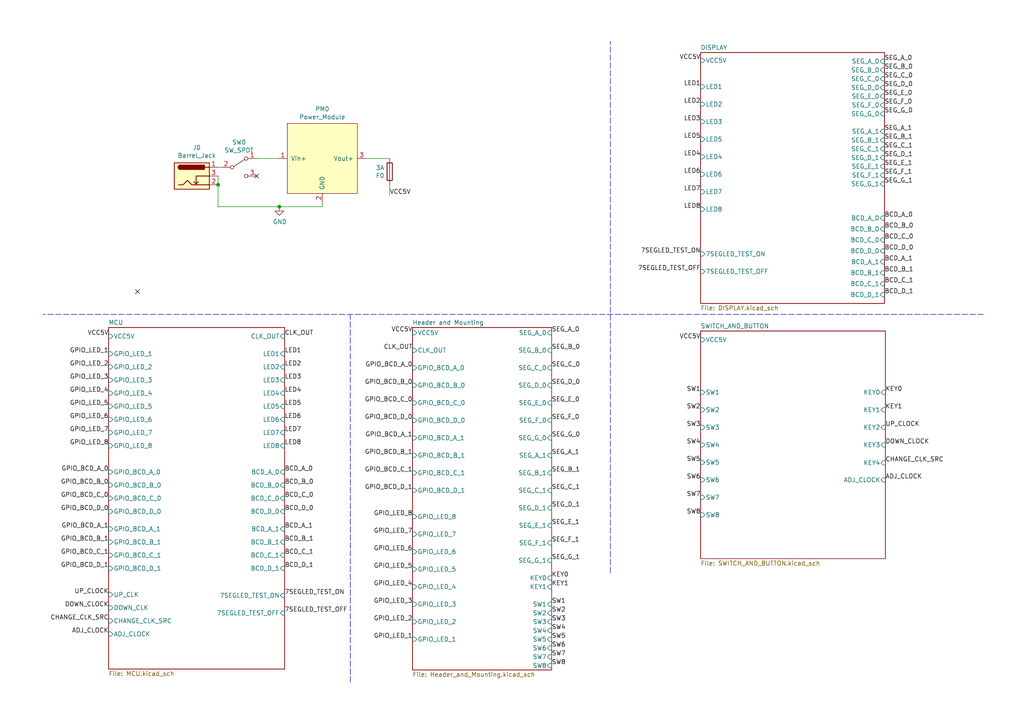
<source format=kicad_sch>
(kicad_sch (version 20211123) (generator eeschema)
  (paper "A4")
  (lib_symbols
    (symbol "Connector:Barrel_Jack_Switch" (pin_names hide)
      (property "Reference" "J" (at 0 5.334 0))
      (property "Value" "Barrel_Jack_Switch" (at 0 -5.08 0))
      (symbol "Barrel_Jack_Switch_0_1"
        (rectangle (start -5.08 3.81) (end 5.08 -3.81) (stroke (width 0.254)) (fill (type background)))
        (arc (start -3.302 3.175) (mid -3.937 2.54) (end -3.302 1.905) (stroke (width 0.254)))
        (arc (start -3.302 3.175) (mid -3.937 2.54) (end -3.302 1.905) (stroke (width 0.254)) (fill (type outline)))
        (polyline (pts (xy 1.27 -2.286) (xy 1.905 -1.651)) (stroke (width 0.254)))
        (polyline (pts (xy 5.08 2.54) (xy 3.81 2.54)) (stroke (width 0.254)))
        (polyline (pts (xy 5.08 0) (xy 1.27 0) (xy 1.27 -2.286) (xy 0.635 -1.651)) (stroke (width 0.254)))
        (polyline (pts (xy -3.81 -2.54) (xy -2.54 -2.54) (xy -1.27 -1.27) (xy 0 -2.54) (xy 2.54 -2.54) (xy 5.08 -2.54)) (stroke (width 0.254)))
        (rectangle (start 3.683 3.175) (end -3.302 1.905) (stroke (width 0.254)) (fill (type outline)))
      )
      (symbol "Barrel_Jack_Switch_1_1"
        (pin passive line (at 7.62 2.54 180) (length 2.54) (name "~") (number "1"))
        (pin passive line (at 7.62 -2.54 180) (length 2.54) (name "~") (number "2"))
        (pin passive line (at 7.62 0 180) (length 2.54) (name "~") (number "3"))
      )
    )
    (symbol "Device:Fuse" (pin_numbers hide) (pin_names (offset 0))
      (property "Reference" "F" (at 2.032 0 90))
      (property "Value" "Fuse" (at -1.905 0 90))
      (symbol "Fuse_0_1"
        (rectangle (start -0.762 -2.54) (end 0.762 2.54) (stroke (width 0.254)))
        (polyline (pts (xy 0 2.54) (xy 0 -2.54)))
      )
      (symbol "Fuse_1_1"
        (pin passive line (at 0 3.81 270) (length 1.27) (name "~") (number "1"))
        (pin passive line (at 0 -3.81 90) (length 1.27) (name "~") (number "2"))
      )
    )
    (symbol "Switch:SW_SPDT" (pin_names (offset 0) hide)
      (property "Reference" "SW" (at 0 4.318 0))
      (property "Value" "SW_SPDT" (at 0 -5.08 0))
      (symbol "SW_SPDT_0_0"
        (circle (center -2.032 0) (radius 0.508))
        (circle (center 2.032 -2.54) (radius 0.508))
      )
      (symbol "SW_SPDT_0_1"
        (polyline (pts (xy -1.524 0.254) (xy 1.651 2.286)))
        (circle (center 2.032 2.54) (radius 0.508))
      )
      (symbol "SW_SPDT_1_1"
        (pin passive line (at 5.08 2.54 180) (length 2.54) (name "A") (number "1"))
        (pin passive line (at -5.08 0 0) (length 2.54) (name "B") (number "2"))
        (pin passive line (at 5.08 -2.54 180) (length 2.54) (name "C") (number "3"))
      )
    )
    (symbol "digitalSystemBoard:Power_Module" (pin_names (offset 1.016))
      (property "Reference" "U" (at 0 8.89 0))
      (property "Value" "Power_Module" (at 0 6.35 0))
      (symbol "Power_Module_0_1"
        (rectangle (start -10.16 10.16) (end 10.16 -10.16) (fill (type background)))
      )
      (symbol "Power_Module_1_1"
        (pin input line (at 12.7 0 180) (length 2.54) (name "Vin+") (number "1"))
        (pin passive line (at 0 -12.7 90) (length 2.54) (name "GND") (number "2"))
        (pin output line (at -12.7 0 0) (length 2.54) (name "Vout+") (number "3"))
      )
    )
    (symbol "power:GND" (power) (pin_names (offset 0))
      (property "Value" "GND" (at 0 -3.81 0))
      (symbol "GND_0_1"
        (polyline (pts (xy 0 0) (xy 0 -1.27) (xy 1.27 -1.27) (xy 0 -2.54) (xy -1.27 -1.27) (xy 0 -1.27)))
      )
      (symbol "GND_1_1"
        (pin power_in line (at 0 0 270) (length 0) hide (name "GND") (number "1"))
      )
    )
  )
  (junction (at 81.026 59.944))
  (junction (at 63.246 53.594))
  (no_connect (at 74.422 51.054))
  (no_connect (at 39.878 84.582))
  (polyline (pts (xy 177.038 166.116) (xy 177.038 11.938)))
  (wire (pts (xy 63.246 59.944) (xy 81.026 59.944)))
  (wire (pts (xy 63.246 51.054) (xy 63.246 53.594)))
  (wire (pts (xy 113.03 53.594) (xy 113.03 56.642)))
  (polyline (pts (xy 101.6 197.866) (xy 101.6 91.186)))
  (wire (pts (xy 63.246 53.594) (xy 63.246 59.944)))
  (polyline (pts (xy 285.242 91.186) (xy 12.446 91.186)))
  (wire (pts (xy 106.172 45.974) (xy 113.03 45.974)))
  (wire (pts (xy 63.246 48.514) (xy 64.262 48.514)))
  (wire (pts (xy 93.472 59.944) (xy 93.472 58.674)))
  (wire (pts (xy 81.026 59.944) (xy 93.472 59.944)))
  (wire (pts (xy 74.422 45.974) (xy 80.772 45.974)))
  (label "CHANGE_CLK_SRC" (at 256.794 134.239 0))
  (label "GPIO_BCD_B_0" (at 119.634 111.76 180))
  (label "SEG_D_0" (at 160.02 111.76 0))
  (label "GPIO_LED_2" (at 119.634 180.34 180))
  (label "LED5" (at 82.55 117.856 0))
  (label "SEG_E_1" (at 256.54 48.26 0))
  (label "CLK_OUT" (at 119.634 101.6 180))
  (label "SW2" (at 203.2 118.872 180))
  (label "GPIO_LED_3" (at 31.496 110.236 180))
  (label "GPIO_LED_1" (at 119.634 185.42 180))
  (label "LED1" (at 203.2 25.146 180))
  (label "CHANGE_CLK_SRC" (at 31.496 180.086 180))
  (label "GPIO_BCD_B_1" (at 119.634 132.08 180))
  (label "SW3" (at 160.02 180.34 0))
  (label "GPIO_BCD_D_0" (at 31.496 148.336 180))
  (label "SW6" (at 160.02 187.96 0))
  (label "LED8" (at 82.55 129.286 0))
  (label "SEG_B_0" (at 160.02 101.6 0))
  (label "SEG_E_1" (at 160.02 152.4 0))
  (label "BCD_A_0" (at 82.55 136.906 0))
  (label "GPIO_LED_1" (at 31.496 102.616 180))
  (label "LED8" (at 203.2 60.706 180))
  (label "BCD_C_1" (at 82.55 161.036 0))
  (label "GPIO_LED_5" (at 31.496 117.856 180))
  (label "LED6" (at 82.55 121.666 0))
  (label "GPIO_BCD_C_0" (at 31.496 144.526 180))
  (label "SEG_D_1" (at 256.54 45.72 0))
  (label "VCC5V" (at 203.2 98.552 180))
  (label "BCD_D_0" (at 82.55 148.336 0))
  (label "BCD_C_0" (at 82.55 144.526 0))
  (label "GPIO_BCD_A_1" (at 119.634 127 180))
  (label "BCD_D_0" (at 256.54 72.771 0))
  (label "SW7" (at 160.02 190.5 0))
  (label "SW1" (at 160.02 175.26 0))
  (label "SW2" (at 160.02 177.8 0))
  (label "SEG_G_1" (at 160.02 162.56 0))
  (label "BCD_C_0" (at 256.54 69.596 0))
  (label "SW8" (at 160.02 193.04 0))
  (label "7SEGLED_TEST_OFF" (at 82.55 177.8 0))
  (label "VCC5V" (at 119.634 96.52 180))
  (label "LED2" (at 82.55 106.426 0))
  (label "SEG_G_0" (at 160.02 127 0))
  (label "GPIO_LED_2" (at 31.496 106.426 180))
  (label "GPIO_BCD_B_0" (at 31.496 140.716 180))
  (label "SEG_A_0" (at 256.54 17.78 0))
  (label "BCD_D_1" (at 82.55 164.846 0))
  (label "BCD_D_1" (at 256.54 85.471 0))
  (label "SEG_G_0" (at 256.54 33.02 0))
  (label "KEY1" (at 256.794 118.872 0))
  (label "SW1" (at 203.2 113.792 180))
  (label "VCC5V" (at 113.03 56.642 0))
  (label "GPIO_LED_8" (at 119.634 149.86 180))
  (label "SW5" (at 203.2 134.112 180))
  (label "SEG_E_0" (at 256.54 27.94 0))
  (label "BCD_A_1" (at 256.54 75.946 0))
  (label "SEG_F_0" (at 160.02 121.92 0))
  (label "ADJ_CLOCK" (at 256.794 139.192 0))
  (label "BCD_B_0" (at 256.54 66.421 0))
  (label "SW4" (at 160.02 182.88 0))
  (label "7SEGLED_TEST_OFF" (at 203.2 78.74 180))
  (label "DOWN_CLOCK" (at 256.794 129.032 0))
  (label "DOWN_CLOCK" (at 31.496 176.276 180))
  (label "GPIO_LED_4" (at 119.634 170.18 180))
  (label "SW4" (at 203.2 129.032 180))
  (label "KEY0" (at 160.02 167.64 0))
  (label "LED3" (at 203.2 35.306 180))
  (label "SEG_B_0" (at 256.54 20.32 0))
  (label "SEG_D_1" (at 160.02 147.32 0))
  (label "GPIO_BCD_D_0" (at 119.634 121.92 180))
  (label "7SEGLED_TEST_ON" (at 82.55 172.72 0))
  (label "SEG_C_0" (at 256.54 22.86 0))
  (label "GPIO_LED_8" (at 31.496 129.286 180))
  (label "BCD_B_0" (at 82.55 140.716 0))
  (label "SEG_G_1" (at 256.54 53.34 0))
  (label "BCD_C_1" (at 256.54 82.296 0))
  (label "GPIO_BCD_D_1" (at 31.496 164.846 180))
  (label "GPIO_LED_6" (at 119.634 160.02 180))
  (label "SEG_B_1" (at 160.02 137.16 0))
  (label "GPIO_LED_3" (at 119.634 175.26 180))
  (label "GPIO_BCD_C_1" (at 119.634 137.16 180))
  (label "SEG_A_0" (at 160.02 96.52 0))
  (label "SEG_E_0" (at 160.02 116.84 0))
  (label "SW3" (at 203.2 123.952 180))
  (label "SEG_F_0" (at 256.54 30.48 0))
  (label "GPIO_BCD_C_0" (at 119.634 116.84 180))
  (label "LED3" (at 82.55 110.236 0))
  (label "GPIO_BCD_A_0" (at 31.496 136.906 180))
  (label "SW5" (at 160.02 185.42 0))
  (label "BCD_B_1" (at 82.55 157.226 0))
  (label "7SEGLED_TEST_ON" (at 203.2 73.66 180))
  (label "BCD_B_1" (at 256.54 79.121 0))
  (label "SEG_B_1" (at 256.54 40.64 0))
  (label "SW8" (at 203.2 149.352 180))
  (label "LED4" (at 82.55 114.046 0))
  (label "LED7" (at 82.55 125.476 0))
  (label "LED6" (at 203.2 50.546 180))
  (label "SW7" (at 203.2 144.272 180))
  (label "GPIO_LED_7" (at 119.634 154.94 180))
  (label "SEG_C_1" (at 256.54 43.18 0))
  (label "VCC5V" (at 31.496 97.536 180))
  (label "GPIO_BCD_C_1" (at 31.496 161.036 180))
  (label "LED4" (at 203.2 45.466 180))
  (label "SEG_F_1" (at 160.02 157.48 0))
  (label "SEG_D_0" (at 256.54 25.4 0))
  (label "GPIO_BCD_D_1" (at 119.634 142.24 180))
  (label "SEG_C_1" (at 160.02 142.24 0))
  (label "GPIO_BCD_A_1" (at 31.496 153.416 180))
  (label "SEG_A_1" (at 256.54 38.1 0))
  (label "GPIO_LED_4" (at 31.496 114.046 180))
  (label "KEY1" (at 160.02 170.18 0))
  (label "CLK_OUT" (at 82.55 97.536 0))
  (label "LED1" (at 82.55 102.616 0))
  (label "LED2" (at 203.2 30.226 180))
  (label "SEG_F_1" (at 256.54 50.8 0))
  (label "VCC5V" (at 203.2 17.526 180))
  (label "BCD_A_0" (at 256.54 63.246 0))
  (label "GPIO_LED_5" (at 119.634 165.1 180))
  (label "UP_CLOCK" (at 31.496 172.466 180))
  (label "GPIO_LED_7" (at 31.496 125.476 180))
  (label "SEG_A_1" (at 160.02 132.08 0))
  (label "UP_CLOCK" (at 256.794 123.952 0))
  (label "SEG_C_0" (at 160.02 106.68 0))
  (label "BCD_A_1" (at 82.55 153.416 0))
  (label "ADJ_CLOCK" (at 31.496 183.896 180))
  (label "LED7" (at 203.2 55.626 180))
  (label "GPIO_BCD_B_1" (at 31.496 157.226 180))
  (label "GPIO_BCD_A_0" (at 119.634 106.68 180))
  (label "LED5" (at 203.2 40.386 180))
  (label "KEY0" (at 256.794 113.792 0))
  (label "GPIO_LED_6" (at 31.496 121.666 180))
  (label "SW6" (at 203.2 139.192 180))
  (symbol (lib_id "Connector:Barrel_Jack_Switch") (at 55.626 51.054 0) (unit 1)
    (property "Reference" "J0" (at 57.0738 42.799 0))
    (property "Value" "Barrel_Jack" (at 57.0738 45.1104 0))
    (property "Footprint" "Connector_BarrelJack:BarrelJack_Horizontal" (effects hide))
  )
  (symbol (lib_id "Switch:SW_SPDT") (at 69.342 48.514 0) (unit 1)
    (property "Reference" "SW0" (at 69.342 41.275 0))
    (property "Value" "SW_SPDT" (at 69.342 43.5864 0))
    (property "Footprint" "digitalSystemBoard:SS-12D11" (effects hide))
  )
  (symbol (lib_id "Device:Fuse") (at 113.03 49.784 180) (unit 1)
    (property "Reference" "F0" (at 111.506 50.9524 0) (effects (justify left)))
    (property "Value" "3A" (at 111.506 48.641 0) (effects (justify left)))
    (property "Footprint" "digitalSystemBoard:Fuse" (effects hide))
  )
  (symbol (lib_id "power:GND") (at 81.026 59.944 0) (unit 1)
    (property "Reference" "#PWR0166" (effects hide))
    (property "Value" "GND" (at 81.153 64.3382 0))
  )
  (symbol (lib_id "digitalSystemBoard:Power_Module") (at 93.472 45.974 0) (mirror y) (unit 1)
    (property "Reference" "PM0" (at 93.472 31.623 0))
    (property "Value" "Power_Module" (at 93.472 33.9344 0))
    (property "Footprint" "digitalSystemBoard:Power_Module" (effects hide))
  )
  (sheet (at 203.2 15.24) (size 53.34 72.771)
    (property "Sheet name" "DISPLAY" (at 203.2 14.5284 0) (effects (justify left bottom)))
    (property "Sheet file" "DISPLAY.kicad_sch" (at 203.2 88.5956 0) (effects (justify left top)))
    (pin "VCC5V" input (at 203.2 17.526 180))
    (pin "LED1" input (at 203.2 25.146 180))
    (pin "LED2" input (at 203.2 30.226 180))
    (pin "LED3" input (at 203.2 35.306 180))
    (pin "LED5" input (at 203.2 40.386 180))
    (pin "LED4" input (at 203.2 45.466 180))
    (pin "LED6" input (at 203.2 50.546 180))
    (pin "LED7" input (at 203.2 55.626 180))
    (pin "LED8" input (at 203.2 60.706 180))
    (pin "SEG_A_0" input (at 256.54 17.78 0))
    (pin "SEG_B_0" input (at 256.54 20.32 0))
    (pin "SEG_C_0" input (at 256.54 22.86 0))
    (pin "SEG_D_0" input (at 256.54 25.4 0))
    (pin "SEG_E_0" input (at 256.54 27.94 0))
    (pin "SEG_F_0" input (at 256.54 30.48 0))
    (pin "SEG_G_0" input (at 256.54 33.02 0))
    (pin "SEG_A_1" input (at 256.54 38.1 0))
    (pin "SEG_B_1" input (at 256.54 40.64 0))
    (pin "SEG_C_1" input (at 256.54 43.18 0))
    (pin "SEG_D_1" input (at 256.54 45.72 0))
    (pin "SEG_E_1" input (at 256.54 48.26 0))
    (pin "SEG_F_1" input (at 256.54 50.8 0))
    (pin "SEG_G_1" input (at 256.54 53.34 0))
    (pin "BCD_A_0" input (at 256.54 63.246 0))
    (pin "BCD_B_0" input (at 256.54 66.421 0))
    (pin "BCD_C_0" input (at 256.54 69.596 0))
    (pin "BCD_D_0" input (at 256.54 72.771 0))
    (pin "BCD_A_1" input (at 256.54 75.946 0))
    (pin "BCD_B_1" input (at 256.54 79.121 0))
    (pin "BCD_C_1" input (at 256.54 82.296 0))
    (pin "BCD_D_1" input (at 256.54 85.471 0))
    (pin "7SEGLED_TEST_ON" input (at 203.2 73.66 180))
    (pin "7SEGLED_TEST_OFF" input (at 203.2 78.74 180))
  )
  (sheet (at 203.2 96.012) (size 53.594 66.04)
    (property "Sheet name" "SWITCH_AND_BUTTON" (at 203.2 95.3004 0) (effects (justify left bottom)))
    (property "Sheet file" "SWITCH_AND_BUTTON.kicad_sch" (at 203.2 162.6366 0) (effects (justify left top)))
    (pin "VCC5V" input (at 203.2 98.552 180))
    (pin "SW1" input (at 203.2 113.792 180))
    (pin "SW2" input (at 203.2 118.872 180))
    (pin "SW3" input (at 203.2 123.952 180))
    (pin "SW4" input (at 203.2 129.032 180))
    (pin "SW5" input (at 203.2 134.112 180))
    (pin "SW6" input (at 203.2 139.192 180))
    (pin "SW7" input (at 203.2 144.272 180))
    (pin "SW8" input (at 203.2 149.352 180))
    (pin "KEY0" input (at 256.794 113.792 0))
    (pin "KEY1" input (at 256.794 118.872 0))
    (pin "KEY2" input (at 256.794 123.952 0))
    (pin "KEY3" input (at 256.794 129.032 0))
    (pin "KEY4" input (at 256.794 134.239 0))
    (pin "ADJ_CLOCK" input (at 256.794 139.192 0))
  )
  (sheet (at 119.634 94.996) (size 40.386 99.314)
    (property "Sheet name" "Header and Mounting" (at 119.634 94.2844 0) (effects (justify left bottom)))
    (property "Sheet file" "Header_and_Mounting.kicad_sch" (at 119.634 194.8946 0) (effects (justify left top)))
    (pin "GPIO_BCD_A_0" input (at 119.634 106.68 180))
    (pin "GPIO_BCD_B_0" input (at 119.634 111.76 180))
    (pin "GPIO_BCD_C_0" input (at 119.634 116.84 180))
    (pin "GPIO_BCD_D_0" input (at 119.634 121.92 180))
    (pin "GPIO_LED_8" input (at 119.634 149.86 180))
    (pin "GPIO_LED_7" input (at 119.634 154.94 180))
    (pin "GPIO_LED_6" input (at 119.634 160.02 180))
    (pin "GPIO_LED_5" input (at 119.634 165.1 180))
    (pin "GPIO_LED_3" input (at 119.634 175.26 180))
    (pin "GPIO_LED_4" input (at 119.634 170.18 180))
    (pin "GPIO_LED_2" input (at 119.634 180.34 180))
    (pin "GPIO_LED_1" input (at 119.634 185.42 180))
    (pin "GPIO_BCD_A_1" input (at 119.634 127 180))
    (pin "GPIO_BCD_B_1" input (at 119.634 132.08 180))
    (pin "GPIO_BCD_C_1" input (at 119.634 137.16 180))
    (pin "GPIO_BCD_D_1" input (at 119.634 142.24 180))
    (pin "SEG_A_0" input (at 160.02 96.52 0))
    (pin "SEG_B_0" input (at 160.02 101.6 0))
    (pin "SEG_C_0" input (at 160.02 106.68 0))
    (pin "SEG_D_0" input (at 160.02 111.76 0))
    (pin "SEG_E_0" input (at 160.02 116.84 0))
    (pin "SEG_F_0" input (at 160.02 121.92 0))
    (pin "SEG_G_0" input (at 160.02 127 0))
    (pin "SEG_A_1" input (at 160.02 132.08 0))
    (pin "SEG_B_1" input (at 160.02 137.16 0))
    (pin "SEG_C_1" input (at 160.02 142.24 0))
    (pin "SEG_D_1" input (at 160.02 147.32 0))
    (pin "SEG_E_1" input (at 160.02 152.4 0))
    (pin "SEG_F_1" input (at 160.02 157.48 0))
    (pin "SEG_G_1" input (at 160.02 162.56 0))
    (pin "SW1" input (at 160.02 175.26 0))
    (pin "SW2" input (at 160.02 177.8 0))
    (pin "SW3" input (at 160.02 180.34 0))
    (pin "SW4" input (at 160.02 182.88 0))
    (pin "SW5" input (at 160.02 185.42 0))
    (pin "SW6" input (at 160.02 187.96 0))
    (pin "SW7" input (at 160.02 190.5 0))
    (pin "SW8" input (at 160.02 193.04 0))
    (pin "KEY0" input (at 160.02 167.64 0))
    (pin "KEY1" input (at 160.02 170.18 0))
    (pin "CLK_OUT" input (at 119.634 101.6 180))
    (pin "VCC5V" input (at 119.634 96.52 180))
  )
  (sheet (at 31.496 94.996) (size 51.054 99.06)
    (property "Sheet name" "MCU" (at 31.496 94.2844 0) (effects (justify left bottom)))
    (property "Sheet file" "MCU.kicad_sch" (at 31.496 194.6406 0) (effects (justify left top)))
    (pin "VCC5V" input (at 31.496 97.536 180))
    (pin "GPIO_LED_1" input (at 31.496 102.616 180))
    (pin "GPIO_LED_2" input (at 31.496 106.426 180))
    (pin "GPIO_LED_3" input (at 31.496 110.236 180))
    (pin "GPIO_LED_4" input (at 31.496 114.046 180))
    (pin "GPIO_LED_7" input (at 31.496 125.476 180))
    (pin "GPIO_LED_8" input (at 31.496 129.286 180))
    (pin "GPIO_BCD_A_0" input (at 31.496 136.906 180))
    (pin "GPIO_BCD_B_0" input (at 31.496 140.716 180))
    (pin "GPIO_BCD_C_0" input (at 31.496 144.526 180))
    (pin "GPIO_BCD_D_0" input (at 31.496 148.336 180))
    (pin "GPIO_BCD_B_1" input (at 31.496 157.226 180))
    (pin "GPIO_BCD_C_1" input (at 31.496 161.036 180))
    (pin "GPIO_BCD_D_1" input (at 31.496 164.846 180))
    (pin "GPIO_LED_6" input (at 31.496 121.666 180))
    (pin "GPIO_LED_5" input (at 31.496 117.856 180))
    (pin "GPIO_BCD_A_1" input (at 31.496 153.416 180))
    (pin "LED1" input (at 82.55 102.616 0))
    (pin "LED2" input (at 82.55 106.426 0))
    (pin "LED3" input (at 82.55 110.236 0))
    (pin "LED4" input (at 82.55 114.046 0))
    (pin "LED5" input (at 82.55 117.856 0))
    (pin "LED6" input (at 82.55 121.666 0))
    (pin "LED7" input (at 82.55 125.476 0))
    (pin "LED8" input (at 82.55 129.286 0))
    (pin "BCD_A_0" input (at 82.55 136.906 0))
    (pin "BCD_B_0" input (at 82.55 140.716 0))
    (pin "BCD_C_0" input (at 82.55 144.526 0))
    (pin "BCD_D_0" input (at 82.55 148.336 0))
    (pin "BCD_A_1" input (at 82.55 153.416 0))
    (pin "BCD_B_1" input (at 82.55 157.226 0))
    (pin "BCD_C_1" input (at 82.55 161.036 0))
    (pin "BCD_D_1" input (at 82.55 164.846 0))
    (pin "CLK_OUT" input (at 82.55 97.536 0))
    (pin "ADJ_CLOCK" input (at 31.496 183.896 180))
    (pin "UP_CLK" input (at 31.496 172.466 180))
    (pin "DOWN_CLK" input (at 31.496 176.276 180))
    (pin "CHANGE_CLK_SRC" input (at 31.496 180.086 180))
    (pin "7SEGLED_TEST_ON" input (at 82.55 172.72 0))
    (pin "7SEGLED_TEST_OFF" input (at 82.55 177.8 0))
  )
)
</source>
